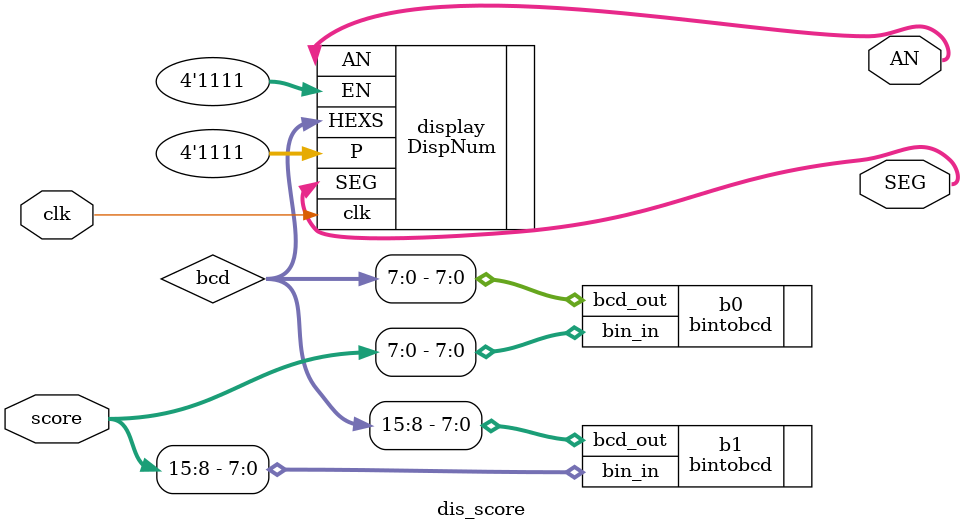
<source format=v>
`timescale 1ns / 1ps


module dis_score(
    input clk,
    input [15:0] score,
    output [7:0] SEG,
    output [3:0] AN
    );
    wire [15:0] bcd;
    bintobcd b0 
    (
        .bin_in(score[7:0]),
        .bcd_out(bcd[7:0])
    );
    bintobcd b1
    (
        .bin_in(score[15:8]),
        .bcd_out(bcd[15:8])
    );
    DispNum display(.HEXS({bcd}), .clk(clk), .EN(4'b1111), .P(4'b1111), .AN(AN), .SEG(SEG));
endmodule
</source>
